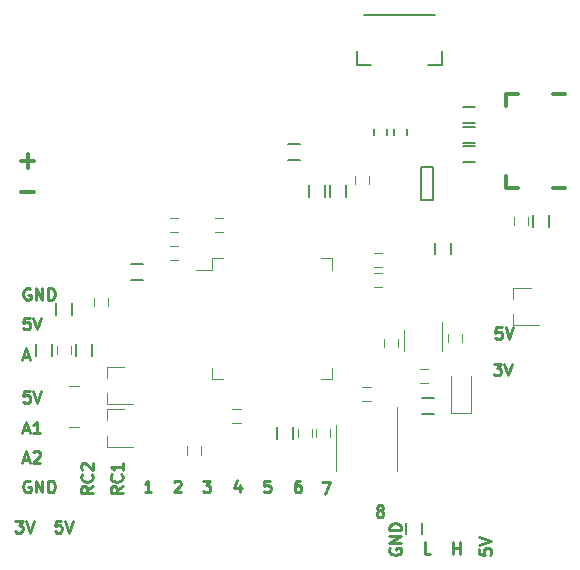
<source format=gto>
G04 #@! TF.GenerationSoftware,KiCad,Pcbnew,(5.1.5)-3*
G04 #@! TF.CreationDate,2020-01-29T21:37:39+13:00*
G04 #@! TF.ProjectId,SimpleFC,53696d70-6c65-4464-932e-6b696361645f,rev?*
G04 #@! TF.SameCoordinates,Original*
G04 #@! TF.FileFunction,Legend,Top*
G04 #@! TF.FilePolarity,Positive*
%FSLAX46Y46*%
G04 Gerber Fmt 4.6, Leading zero omitted, Abs format (unit mm)*
G04 Created by KiCad (PCBNEW (5.1.5)-3) date 2020-01-29 21:37:39*
%MOMM*%
%LPD*%
G04 APERTURE LIST*
%ADD10C,0.250000*%
%ADD11C,0.300000*%
%ADD12C,0.120000*%
%ADD13C,0.150000*%
%ADD14C,0.304800*%
G04 APERTURE END LIST*
D10*
X167970833Y-105852380D02*
X168589880Y-105852380D01*
X168256547Y-106233333D01*
X168399404Y-106233333D01*
X168494642Y-106280952D01*
X168542261Y-106328571D01*
X168589880Y-106423809D01*
X168589880Y-106661904D01*
X168542261Y-106757142D01*
X168494642Y-106804761D01*
X168399404Y-106852380D01*
X168113690Y-106852380D01*
X168018452Y-106804761D01*
X167970833Y-106757142D01*
X168875595Y-105852380D02*
X169208928Y-106852380D01*
X169542261Y-105852380D01*
X168642261Y-102752380D02*
X168166071Y-102752380D01*
X168118452Y-103228571D01*
X168166071Y-103180952D01*
X168261309Y-103133333D01*
X168499404Y-103133333D01*
X168594642Y-103180952D01*
X168642261Y-103228571D01*
X168689880Y-103323809D01*
X168689880Y-103561904D01*
X168642261Y-103657142D01*
X168594642Y-103704761D01*
X168499404Y-103752380D01*
X168261309Y-103752380D01*
X168166071Y-103704761D01*
X168118452Y-103657142D01*
X168975595Y-102752380D02*
X169308928Y-103752380D01*
X169642261Y-102752380D01*
X164514285Y-121952380D02*
X164514285Y-120952380D01*
X164514285Y-121428571D02*
X165085714Y-121428571D01*
X165085714Y-121952380D02*
X165085714Y-120952380D01*
X162609523Y-121952380D02*
X162133333Y-121952380D01*
X162133333Y-120952380D01*
X166752380Y-121523214D02*
X166752380Y-121999404D01*
X167228571Y-122047023D01*
X167180952Y-121999404D01*
X167133333Y-121904166D01*
X167133333Y-121666071D01*
X167180952Y-121570833D01*
X167228571Y-121523214D01*
X167323809Y-121475595D01*
X167561904Y-121475595D01*
X167657142Y-121523214D01*
X167704761Y-121570833D01*
X167752380Y-121666071D01*
X167752380Y-121904166D01*
X167704761Y-121999404D01*
X167657142Y-122047023D01*
X166752380Y-121189880D02*
X167752380Y-120856547D01*
X166752380Y-120523214D01*
X159200000Y-121475595D02*
X159152380Y-121570833D01*
X159152380Y-121713690D01*
X159200000Y-121856547D01*
X159295238Y-121951785D01*
X159390476Y-121999404D01*
X159580952Y-122047023D01*
X159723809Y-122047023D01*
X159914285Y-121999404D01*
X160009523Y-121951785D01*
X160104761Y-121856547D01*
X160152380Y-121713690D01*
X160152380Y-121618452D01*
X160104761Y-121475595D01*
X160057142Y-121427976D01*
X159723809Y-121427976D01*
X159723809Y-121618452D01*
X160152380Y-120999404D02*
X159152380Y-120999404D01*
X160152380Y-120427976D01*
X159152380Y-120427976D01*
X160152380Y-119951785D02*
X159152380Y-119951785D01*
X159152380Y-119713690D01*
X159200000Y-119570833D01*
X159295238Y-119475595D01*
X159390476Y-119427976D01*
X159580952Y-119380357D01*
X159723809Y-119380357D01*
X159914285Y-119427976D01*
X160009523Y-119475595D01*
X160104761Y-119570833D01*
X160152380Y-119713690D01*
X160152380Y-119951785D01*
X153466666Y-115852380D02*
X154133333Y-115852380D01*
X153704761Y-116852380D01*
X151590476Y-115752380D02*
X151400000Y-115752380D01*
X151304761Y-115800000D01*
X151257142Y-115847619D01*
X151161904Y-115990476D01*
X151114285Y-116180952D01*
X151114285Y-116561904D01*
X151161904Y-116657142D01*
X151209523Y-116704761D01*
X151304761Y-116752380D01*
X151495238Y-116752380D01*
X151590476Y-116704761D01*
X151638095Y-116657142D01*
X151685714Y-116561904D01*
X151685714Y-116323809D01*
X151638095Y-116228571D01*
X151590476Y-116180952D01*
X151495238Y-116133333D01*
X151304761Y-116133333D01*
X151209523Y-116180952D01*
X151161904Y-116228571D01*
X151114285Y-116323809D01*
X149038095Y-115752380D02*
X148561904Y-115752380D01*
X148514285Y-116228571D01*
X148561904Y-116180952D01*
X148657142Y-116133333D01*
X148895238Y-116133333D01*
X148990476Y-116180952D01*
X149038095Y-116228571D01*
X149085714Y-116323809D01*
X149085714Y-116561904D01*
X149038095Y-116657142D01*
X148990476Y-116704761D01*
X148895238Y-116752380D01*
X148657142Y-116752380D01*
X148561904Y-116704761D01*
X148514285Y-116657142D01*
X146490476Y-116085714D02*
X146490476Y-116752380D01*
X146252380Y-115704761D02*
X146014285Y-116419047D01*
X146633333Y-116419047D01*
X143366666Y-115752380D02*
X143985714Y-115752380D01*
X143652380Y-116133333D01*
X143795238Y-116133333D01*
X143890476Y-116180952D01*
X143938095Y-116228571D01*
X143985714Y-116323809D01*
X143985714Y-116561904D01*
X143938095Y-116657142D01*
X143890476Y-116704761D01*
X143795238Y-116752380D01*
X143509523Y-116752380D01*
X143414285Y-116704761D01*
X143366666Y-116657142D01*
D11*
X127952142Y-88707142D02*
X129095000Y-88707142D01*
X128523571Y-89278571D02*
X128523571Y-88135714D01*
X127952142Y-91307142D02*
X129095000Y-91307142D01*
D10*
X128724404Y-99500000D02*
X128629166Y-99452380D01*
X128486309Y-99452380D01*
X128343452Y-99500000D01*
X128248214Y-99595238D01*
X128200595Y-99690476D01*
X128152976Y-99880952D01*
X128152976Y-100023809D01*
X128200595Y-100214285D01*
X128248214Y-100309523D01*
X128343452Y-100404761D01*
X128486309Y-100452380D01*
X128581547Y-100452380D01*
X128724404Y-100404761D01*
X128772023Y-100357142D01*
X128772023Y-100023809D01*
X128581547Y-100023809D01*
X129200595Y-100452380D02*
X129200595Y-99452380D01*
X129772023Y-100452380D01*
X129772023Y-99452380D01*
X130248214Y-100452380D02*
X130248214Y-99452380D01*
X130486309Y-99452380D01*
X130629166Y-99500000D01*
X130724404Y-99595238D01*
X130772023Y-99690476D01*
X130819642Y-99880952D01*
X130819642Y-100023809D01*
X130772023Y-100214285D01*
X130724404Y-100309523D01*
X130629166Y-100404761D01*
X130486309Y-100452380D01*
X130248214Y-100452380D01*
X128152976Y-105266666D02*
X128629166Y-105266666D01*
X128057738Y-105552380D02*
X128391071Y-104552380D01*
X128724404Y-105552380D01*
X128676785Y-101952380D02*
X128200595Y-101952380D01*
X128152976Y-102428571D01*
X128200595Y-102380952D01*
X128295833Y-102333333D01*
X128533928Y-102333333D01*
X128629166Y-102380952D01*
X128676785Y-102428571D01*
X128724404Y-102523809D01*
X128724404Y-102761904D01*
X128676785Y-102857142D01*
X128629166Y-102904761D01*
X128533928Y-102952380D01*
X128295833Y-102952380D01*
X128200595Y-102904761D01*
X128152976Y-102857142D01*
X129010119Y-101952380D02*
X129343452Y-102952380D01*
X129676785Y-101952380D01*
X128724404Y-115800000D02*
X128629166Y-115752380D01*
X128486309Y-115752380D01*
X128343452Y-115800000D01*
X128248214Y-115895238D01*
X128200595Y-115990476D01*
X128152976Y-116180952D01*
X128152976Y-116323809D01*
X128200595Y-116514285D01*
X128248214Y-116609523D01*
X128343452Y-116704761D01*
X128486309Y-116752380D01*
X128581547Y-116752380D01*
X128724404Y-116704761D01*
X128772023Y-116657142D01*
X128772023Y-116323809D01*
X128581547Y-116323809D01*
X129200595Y-116752380D02*
X129200595Y-115752380D01*
X129772023Y-116752380D01*
X129772023Y-115752380D01*
X130248214Y-116752380D02*
X130248214Y-115752380D01*
X130486309Y-115752380D01*
X130629166Y-115800000D01*
X130724404Y-115895238D01*
X130772023Y-115990476D01*
X130819642Y-116180952D01*
X130819642Y-116323809D01*
X130772023Y-116514285D01*
X130724404Y-116609523D01*
X130629166Y-116704761D01*
X130486309Y-116752380D01*
X130248214Y-116752380D01*
X128152976Y-113966666D02*
X128629166Y-113966666D01*
X128057738Y-114252380D02*
X128391071Y-113252380D01*
X128724404Y-114252380D01*
X129010119Y-113347619D02*
X129057738Y-113300000D01*
X129152976Y-113252380D01*
X129391071Y-113252380D01*
X129486309Y-113300000D01*
X129533928Y-113347619D01*
X129581547Y-113442857D01*
X129581547Y-113538095D01*
X129533928Y-113680952D01*
X128962500Y-114252380D01*
X129581547Y-114252380D01*
X128152976Y-111466666D02*
X128629166Y-111466666D01*
X128057738Y-111752380D02*
X128391071Y-110752380D01*
X128724404Y-111752380D01*
X129581547Y-111752380D02*
X129010119Y-111752380D01*
X129295833Y-111752380D02*
X129295833Y-110752380D01*
X129200595Y-110895238D01*
X129105357Y-110990476D01*
X129010119Y-111038095D01*
X128676785Y-108152380D02*
X128200595Y-108152380D01*
X128152976Y-108628571D01*
X128200595Y-108580952D01*
X128295833Y-108533333D01*
X128533928Y-108533333D01*
X128629166Y-108580952D01*
X128676785Y-108628571D01*
X128724404Y-108723809D01*
X128724404Y-108961904D01*
X128676785Y-109057142D01*
X128629166Y-109104761D01*
X128533928Y-109152380D01*
X128295833Y-109152380D01*
X128200595Y-109104761D01*
X128152976Y-109057142D01*
X129010119Y-108152380D02*
X129343452Y-109152380D01*
X129676785Y-108152380D01*
X127471428Y-119152380D02*
X128090476Y-119152380D01*
X127757142Y-119533333D01*
X127900000Y-119533333D01*
X127995238Y-119580952D01*
X128042857Y-119628571D01*
X128090476Y-119723809D01*
X128090476Y-119961904D01*
X128042857Y-120057142D01*
X127995238Y-120104761D01*
X127900000Y-120152380D01*
X127614285Y-120152380D01*
X127519047Y-120104761D01*
X127471428Y-120057142D01*
X128376190Y-119152380D02*
X128709523Y-120152380D01*
X129042857Y-119152380D01*
X131376190Y-119152380D02*
X130900000Y-119152380D01*
X130852380Y-119628571D01*
X130900000Y-119580952D01*
X130995238Y-119533333D01*
X131233333Y-119533333D01*
X131328571Y-119580952D01*
X131376190Y-119628571D01*
X131423809Y-119723809D01*
X131423809Y-119961904D01*
X131376190Y-120057142D01*
X131328571Y-120104761D01*
X131233333Y-120152380D01*
X130995238Y-120152380D01*
X130900000Y-120104761D01*
X130852380Y-120057142D01*
X131709523Y-119152380D02*
X132042857Y-120152380D01*
X132376190Y-119152380D01*
X158243452Y-118280952D02*
X158148214Y-118233333D01*
X158100595Y-118185714D01*
X158052976Y-118090476D01*
X158052976Y-118042857D01*
X158100595Y-117947619D01*
X158148214Y-117900000D01*
X158243452Y-117852380D01*
X158433928Y-117852380D01*
X158529166Y-117900000D01*
X158576785Y-117947619D01*
X158624404Y-118042857D01*
X158624404Y-118090476D01*
X158576785Y-118185714D01*
X158529166Y-118233333D01*
X158433928Y-118280952D01*
X158243452Y-118280952D01*
X158148214Y-118328571D01*
X158100595Y-118376190D01*
X158052976Y-118471428D01*
X158052976Y-118661904D01*
X158100595Y-118757142D01*
X158148214Y-118804761D01*
X158243452Y-118852380D01*
X158433928Y-118852380D01*
X158529166Y-118804761D01*
X158576785Y-118757142D01*
X158624404Y-118661904D01*
X158624404Y-118471428D01*
X158576785Y-118376190D01*
X158529166Y-118328571D01*
X158433928Y-118280952D01*
X140914285Y-115847619D02*
X140961904Y-115800000D01*
X141057142Y-115752380D01*
X141295238Y-115752380D01*
X141390476Y-115800000D01*
X141438095Y-115847619D01*
X141485714Y-115942857D01*
X141485714Y-116038095D01*
X141438095Y-116180952D01*
X140866666Y-116752380D01*
X141485714Y-116752380D01*
X138985714Y-116752380D02*
X138414285Y-116752380D01*
X138700000Y-116752380D02*
X138700000Y-115752380D01*
X138604761Y-115895238D01*
X138509523Y-115990476D01*
X138414285Y-116038095D01*
X136552380Y-116227976D02*
X136076190Y-116561309D01*
X136552380Y-116799404D02*
X135552380Y-116799404D01*
X135552380Y-116418452D01*
X135600000Y-116323214D01*
X135647619Y-116275595D01*
X135742857Y-116227976D01*
X135885714Y-116227976D01*
X135980952Y-116275595D01*
X136028571Y-116323214D01*
X136076190Y-116418452D01*
X136076190Y-116799404D01*
X136457142Y-115227976D02*
X136504761Y-115275595D01*
X136552380Y-115418452D01*
X136552380Y-115513690D01*
X136504761Y-115656547D01*
X136409523Y-115751785D01*
X136314285Y-115799404D01*
X136123809Y-115847023D01*
X135980952Y-115847023D01*
X135790476Y-115799404D01*
X135695238Y-115751785D01*
X135600000Y-115656547D01*
X135552380Y-115513690D01*
X135552380Y-115418452D01*
X135600000Y-115275595D01*
X135647619Y-115227976D01*
X136552380Y-114275595D02*
X136552380Y-114847023D01*
X136552380Y-114561309D02*
X135552380Y-114561309D01*
X135695238Y-114656547D01*
X135790476Y-114751785D01*
X135838095Y-114847023D01*
X134052380Y-116227976D02*
X133576190Y-116561309D01*
X134052380Y-116799404D02*
X133052380Y-116799404D01*
X133052380Y-116418452D01*
X133100000Y-116323214D01*
X133147619Y-116275595D01*
X133242857Y-116227976D01*
X133385714Y-116227976D01*
X133480952Y-116275595D01*
X133528571Y-116323214D01*
X133576190Y-116418452D01*
X133576190Y-116799404D01*
X133957142Y-115227976D02*
X134004761Y-115275595D01*
X134052380Y-115418452D01*
X134052380Y-115513690D01*
X134004761Y-115656547D01*
X133909523Y-115751785D01*
X133814285Y-115799404D01*
X133623809Y-115847023D01*
X133480952Y-115847023D01*
X133290476Y-115799404D01*
X133195238Y-115751785D01*
X133100000Y-115656547D01*
X133052380Y-115513690D01*
X133052380Y-115418452D01*
X133100000Y-115275595D01*
X133147619Y-115227976D01*
X133147619Y-114847023D02*
X133100000Y-114799404D01*
X133052380Y-114704166D01*
X133052380Y-114466071D01*
X133100000Y-114370833D01*
X133147619Y-114323214D01*
X133242857Y-114275595D01*
X133338095Y-114275595D01*
X133480952Y-114323214D01*
X134052380Y-114894642D01*
X134052380Y-114275595D01*
D12*
X134100000Y-100950000D02*
X134100000Y-100250000D01*
X135300000Y-100250000D02*
X135300000Y-100950000D01*
X151400000Y-112050000D02*
X151400000Y-111350000D01*
X152600000Y-111350000D02*
X152600000Y-112050000D01*
X158550000Y-99400000D02*
X157850000Y-99400000D01*
X157850000Y-98200000D02*
X158550000Y-98200000D01*
X140550000Y-93500000D02*
X141250000Y-93500000D01*
X141250000Y-94700000D02*
X140550000Y-94700000D01*
X141250000Y-97100000D02*
X140550000Y-97100000D01*
X140550000Y-95900000D02*
X141250000Y-95900000D01*
X145850000Y-109700000D02*
X146550000Y-109700000D01*
X146550000Y-110900000D02*
X145850000Y-110900000D01*
X154100000Y-111350000D02*
X154100000Y-112050000D01*
X152900000Y-112050000D02*
X152900000Y-111350000D01*
X158550000Y-97700000D02*
X157850000Y-97700000D01*
X157850000Y-96500000D02*
X158550000Y-96500000D01*
X145050000Y-94700000D02*
X144350000Y-94700000D01*
X144350000Y-93500000D02*
X145050000Y-93500000D01*
X132200000Y-104350000D02*
X132200000Y-105050000D01*
X131000000Y-105050000D02*
X131000000Y-104350000D01*
X157400000Y-89950000D02*
X157400000Y-90650000D01*
X156200000Y-90650000D02*
X156200000Y-89950000D01*
X142000000Y-113550000D02*
X142000000Y-112850000D01*
X143200000Y-112850000D02*
X143200000Y-113550000D01*
X156850000Y-107800000D02*
X157550000Y-107800000D01*
X157550000Y-109000000D02*
X156850000Y-109000000D01*
X170900000Y-93450000D02*
X170900000Y-94150000D01*
X169700000Y-94150000D02*
X169700000Y-93450000D01*
X135240000Y-109720000D02*
X136700000Y-109720000D01*
X135240000Y-112880000D02*
X137400000Y-112880000D01*
X135240000Y-112880000D02*
X135240000Y-111950000D01*
X135240000Y-109720000D02*
X135240000Y-110650000D01*
X135240000Y-106120000D02*
X135240000Y-107050000D01*
X135240000Y-109280000D02*
X135240000Y-108350000D01*
X135240000Y-109280000D02*
X137400000Y-109280000D01*
X135240000Y-106120000D02*
X136700000Y-106120000D01*
X169640000Y-99420000D02*
X171100000Y-99420000D01*
X169640000Y-102580000D02*
X171800000Y-102580000D01*
X169640000Y-102580000D02*
X169640000Y-101650000D01*
X169640000Y-99420000D02*
X169640000Y-100350000D01*
D13*
X162800000Y-92000000D02*
X161800000Y-92000000D01*
X162800000Y-89200000D02*
X161800000Y-89200000D01*
X162800000Y-89200000D02*
X162800000Y-92000000D01*
X161800000Y-92000000D02*
X161800000Y-89200000D01*
X163600000Y-79400000D02*
X163600000Y-80600000D01*
X163600000Y-80600000D02*
X162400000Y-80600000D01*
X156400000Y-79400000D02*
X156400000Y-80600000D01*
X156400000Y-80600000D02*
X157600000Y-80600000D01*
X157000000Y-76300000D02*
X163000000Y-76300000D01*
X150975000Y-111200000D02*
X150975000Y-112200000D01*
X149625000Y-112200000D02*
X149625000Y-111200000D01*
X130925000Y-101700000D02*
X130925000Y-100700000D01*
X132275000Y-100700000D02*
X132275000Y-101700000D01*
X152325000Y-91700000D02*
X152325000Y-90700000D01*
X153675000Y-90700000D02*
X153675000Y-91700000D01*
X155475000Y-90700000D02*
X155475000Y-91700000D01*
X154125000Y-91700000D02*
X154125000Y-90700000D01*
X130575000Y-104200000D02*
X130575000Y-105200000D01*
X129225000Y-105200000D02*
X129225000Y-104200000D01*
X133975000Y-104200000D02*
X133975000Y-105200000D01*
X132625000Y-105200000D02*
X132625000Y-104200000D01*
X161875000Y-119300000D02*
X161875000Y-120300000D01*
X160525000Y-120300000D02*
X160525000Y-119300000D01*
X165400000Y-85825000D02*
X166400000Y-85825000D01*
X166400000Y-87175000D02*
X165400000Y-87175000D01*
X166400000Y-88775000D02*
X165400000Y-88775000D01*
X165400000Y-87425000D02*
X166400000Y-87425000D01*
X158925000Y-86450000D02*
X158925000Y-85950000D01*
X157875000Y-85950000D02*
X157875000Y-86450000D01*
X159575000Y-85950000D02*
X159575000Y-86450000D01*
X160625000Y-86450000D02*
X160625000Y-85950000D01*
X166400000Y-85475000D02*
X165400000Y-85475000D01*
X165400000Y-84125000D02*
X166400000Y-84125000D01*
X171325000Y-94300000D02*
X171325000Y-93300000D01*
X172675000Y-93300000D02*
X172675000Y-94300000D01*
D12*
X132850000Y-111220000D02*
X132050000Y-111220000D01*
X132850000Y-107780000D02*
X132050000Y-107780000D01*
D14*
X169020580Y-90992880D02*
X170001020Y-90992880D01*
X170001020Y-90992880D02*
X170001020Y-90997960D01*
X169000260Y-90997960D02*
X169000260Y-89999740D01*
X170001020Y-83002040D02*
X169000260Y-83002040D01*
X169000260Y-83002040D02*
X169000260Y-84000260D01*
X172998220Y-90997960D02*
X173998980Y-90997960D01*
X172998220Y-83002040D02*
X173998980Y-83002040D01*
D12*
X165300000Y-103350000D02*
X165300000Y-104050000D01*
X164100000Y-104050000D02*
X164100000Y-103350000D01*
X158700000Y-104450000D02*
X158700000Y-103750000D01*
X159900000Y-103750000D02*
X159900000Y-104450000D01*
X161700000Y-106300000D02*
X162400000Y-106300000D01*
X162400000Y-107500000D02*
X161700000Y-107500000D01*
X164350000Y-110050000D02*
X166050000Y-110050000D01*
X166050000Y-110050000D02*
X166050000Y-106900000D01*
X164350000Y-110050000D02*
X164350000Y-106900000D01*
D13*
X162900000Y-110075000D02*
X161900000Y-110075000D01*
X161900000Y-108725000D02*
X162900000Y-108725000D01*
X150600000Y-87225000D02*
X151600000Y-87225000D01*
X151600000Y-88575000D02*
X150600000Y-88575000D01*
X164375000Y-95600000D02*
X164375000Y-96600000D01*
X163025000Y-96600000D02*
X163025000Y-95600000D01*
X137300000Y-97425000D02*
X138300000Y-97425000D01*
X138300000Y-98775000D02*
X137300000Y-98775000D01*
D12*
X153360000Y-107160000D02*
X154310000Y-107160000D01*
X154310000Y-107160000D02*
X154310000Y-106210000D01*
X145040000Y-107160000D02*
X144090000Y-107160000D01*
X144090000Y-107160000D02*
X144090000Y-106210000D01*
X153360000Y-96940000D02*
X154310000Y-96940000D01*
X154310000Y-96940000D02*
X154310000Y-97890000D01*
X145040000Y-96940000D02*
X144090000Y-96940000D01*
X144090000Y-96940000D02*
X144090000Y-97890000D01*
X144090000Y-97890000D02*
X142750000Y-97890000D01*
X154640000Y-113000000D02*
X154640000Y-114950000D01*
X154640000Y-113000000D02*
X154640000Y-111050000D01*
X159760000Y-113000000D02*
X159760000Y-114950000D01*
X159760000Y-113000000D02*
X159760000Y-109550000D01*
X160390000Y-103000000D02*
X160390000Y-104800000D01*
X163610000Y-104800000D02*
X163610000Y-102350000D01*
M02*

</source>
